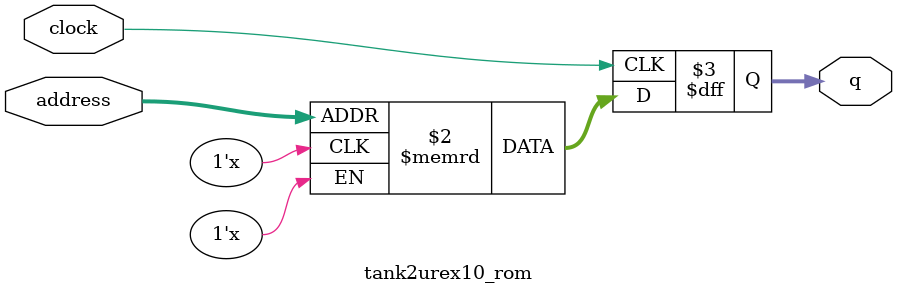
<source format=sv>
module tank2urex10_rom (
	input logic clock,
	input logic [9:0] address,
	output logic [3:0] q
);

logic [3:0] memory [0:1023] /* synthesis ram_init_file = "./tank2urex10/tank2urex10.mif" */;

always_ff @ (posedge clock) begin
	q <= memory[address];
end

endmodule

</source>
